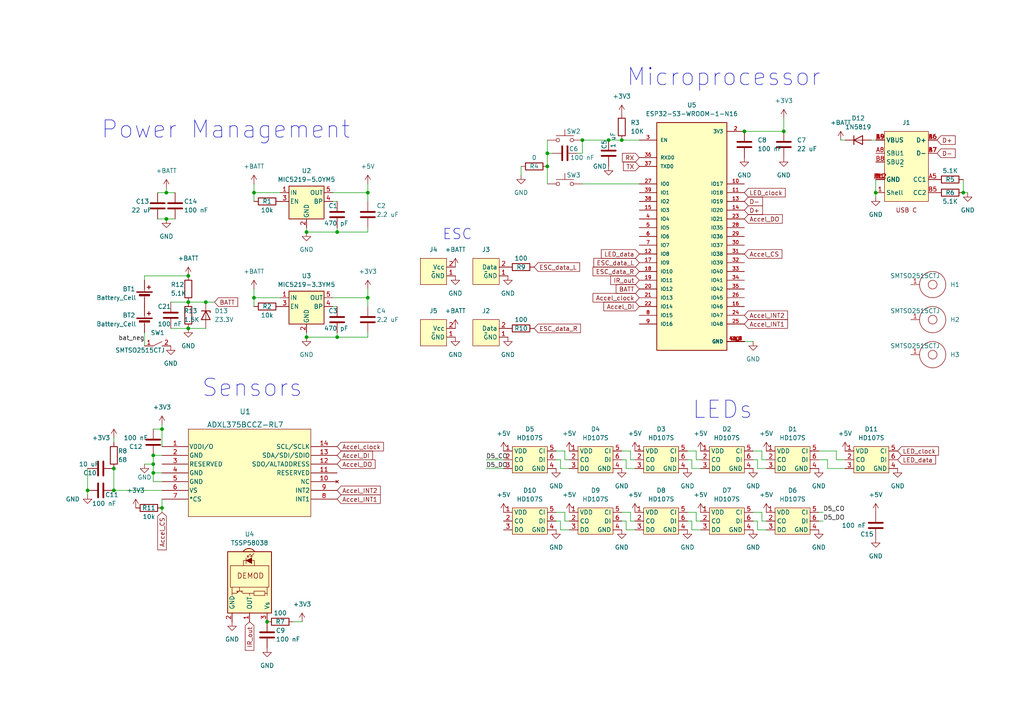
<source format=kicad_sch>
(kicad_sch (version 20230121) (generator eeschema)
  (paper "A4")
  (title_block (title "Danger Donut") (date "2023-08-15") (rev "V1"))
  (lib_symbols
    (symbol "DangerDonutParts:ADXL375BCCZ-RL7" (pin_names (offset 0.254))
      (property "Reference" "U" (at 0 16.51 0))
      (property "Value" "ADXL375BCCZ-RL7" (at 0 13.97 0))
      (symbol "ADXL375BCCZ-RL7_0_1"
        (pin power_in line (at -24.13 7.62 0) (length 7.62) (name "VDDI/O") (number "1"))
        (pin no_connect line (at 26.67 -2.54 180) (length 7.62) (name "NC") (number "10"))
        (pin unspecified line (at 26.67 0 180) (length 7.62) (name "RESERVED") (number "11"))
        (pin unspecified line (at 26.67 2.54 180) (length 7.62) (name "SDO/ALTADDRESS") (number "12"))
        (pin unspecified line (at 26.67 5.08 180) (length 7.62) (name "SDA/SDI/SDIO") (number "13"))
        (pin unspecified line (at 26.67 7.62 180) (length 7.62) (name "SCL/SCLK") (number "14"))
        (pin power_out line (at -24.13 5.08 0) (length 7.62) (name "GND") (number "2"))
        (pin unspecified line (at -24.13 2.54 0) (length 7.62) (name "RESERVED") (number "3"))
        (pin power_out line (at -24.13 0 0) (length 7.62) (name "GND") (number "4"))
        (pin power_out line (at -24.13 -2.54 0) (length 7.62) (name "GND") (number "5"))
        (pin unspecified line (at -24.13 -5.08 0) (length 7.62) (name "VS") (number "6"))
        (pin unspecified line (at -24.13 -7.62 0) (length 7.62) (name "*CS") (number "7"))
        (pin bidirectional line (at 26.67 -7.62 180) (length 7.62) (name "INT1") (number "8"))
        (pin bidirectional line (at 26.67 -5.08 180) (length 7.62) (name "INT2") (number "9"))
      )
    )
    (symbol "DangerDonutParts:ESC_XSD7A_Data"
      (property "Reference" "J" (at 0 5.08 0))
      (symbol "ESC_XSD7A_Data_1_1"
        (pin power_in line (at 6.35 -1.27 180) (length 2.54) (name "GND") (number "1"))
        (pin bidirectional line (at 6.35 1.27 180) (length 2.54) (name "Data") (number "2"))
      )
    )
    (symbol "DangerDonutParts:ESC_XSD7A_Power"
      (property "Reference" "J" (at 0 5.08 0))
      (symbol "ESC_XSD7A_Power_1_1"
        (pin power_in line (at 6.35 -1.27 180) (length 2.54) (name "GND") (number "1"))
        (pin power_in line (at 6.35 1.27 180) (length 2.54) (name "Vcc") (number "2"))
      )
    )
    (symbol "DangerDonutParts:ESP32-S3-WROOM-1-N16" (pin_names (offset 1.016))
      (property "Reference" "U" (at -10.16 34.1122 0))
      (property "Value" "ESP32-S3-WROOM-1-N16" (at -10.16 -35.56 0))
      (symbol "ESP32-S3-WROOM-1-N16_0_0"
        (pin power_in line (at 15.24 -30.48 180) (length 5.08) (name "GND") (number "1"))
        (pin bidirectional line (at 15.24 15.24 180) (length 5.08) (name "IO17") (number "10"))
        (pin bidirectional line (at 15.24 12.7 180) (length 5.08) (name "IO18") (number "11"))
        (pin bidirectional line (at -15.24 -5.08 0) (length 5.08) (name "IO8") (number "12"))
        (pin bidirectional line (at 15.24 10.16 180) (length 5.08) (name "IO19") (number "13"))
        (pin bidirectional line (at 15.24 7.62 180) (length 5.08) (name "IO20") (number "14"))
        (pin bidirectional line (at -15.24 7.62 0) (length 5.08) (name "IO3") (number "15"))
        (pin bidirectional line (at 15.24 -20.32 180) (length 5.08) (name "IO46") (number "16"))
        (pin bidirectional line (at -15.24 -7.62 0) (length 5.08) (name "IO9") (number "17"))
        (pin bidirectional line (at -15.24 -10.16 0) (length 5.08) (name "IO10") (number "18"))
        (pin bidirectional line (at -15.24 -12.7 0) (length 5.08) (name "IO11") (number "19"))
        (pin power_in line (at 15.24 30.48 180) (length 5.08) (name "3V3") (number "2"))
        (pin bidirectional line (at -15.24 -15.24 0) (length 5.08) (name "IO12") (number "20"))
        (pin bidirectional line (at -15.24 -17.78 0) (length 5.08) (name "IO13") (number "21"))
        (pin bidirectional line (at -15.24 -20.32 0) (length 5.08) (name "IO14") (number "22"))
        (pin bidirectional line (at 15.24 5.08 180) (length 5.08) (name "IO21") (number "23"))
        (pin bidirectional line (at 15.24 -22.86 180) (length 5.08) (name "IO47") (number "24"))
        (pin bidirectional line (at 15.24 -25.4 180) (length 5.08) (name "IO48") (number "25"))
        (pin bidirectional line (at 15.24 -17.78 180) (length 5.08) (name "IO45") (number "26"))
        (pin bidirectional line (at -15.24 15.24 0) (length 5.08) (name "IO0") (number "27"))
        (pin bidirectional line (at 15.24 2.54 180) (length 5.08) (name "IO35") (number "28"))
        (pin bidirectional line (at 15.24 0 180) (length 5.08) (name "IO36") (number "29"))
        (pin input line (at -15.24 27.94 0) (length 5.08) (name "EN") (number "3"))
        (pin bidirectional line (at 15.24 -2.54 180) (length 5.08) (name "IO37") (number "30"))
        (pin bidirectional line (at 15.24 -5.08 180) (length 5.08) (name "IO38") (number "31"))
        (pin bidirectional line (at 15.24 -7.62 180) (length 5.08) (name "IO39") (number "32"))
        (pin bidirectional line (at 15.24 -10.16 180) (length 5.08) (name "IO40") (number "33"))
        (pin bidirectional line (at 15.24 -12.7 180) (length 5.08) (name "IO41") (number "34"))
        (pin bidirectional line (at 15.24 -15.24 180) (length 5.08) (name "IO42") (number "35"))
        (pin bidirectional line (at -15.24 22.86 0) (length 5.08) (name "RXD0") (number "36"))
        (pin bidirectional line (at -15.24 20.32 0) (length 5.08) (name "TXD0") (number "37"))
        (pin bidirectional line (at -15.24 10.16 0) (length 5.08) (name "IO2") (number "38"))
        (pin bidirectional line (at -15.24 12.7 0) (length 5.08) (name "IO1") (number "39"))
        (pin bidirectional line (at -15.24 5.08 0) (length 5.08) (name "IO4") (number "4"))
        (pin power_in line (at 15.24 -30.48 180) (length 5.08) (name "GND") (number "40"))
        (pin power_in line (at 15.24 -30.48 180) (length 5.08) (name "GND") (number "41_1"))
        (pin power_in line (at 15.24 -30.48 180) (length 5.08) (name "GND") (number "41_2"))
        (pin power_in line (at 15.24 -30.48 180) (length 5.08) (name "GND") (number "41_3"))
        (pin power_in line (at 15.24 -30.48 180) (length 5.08) (name "GND") (number "41_4"))
        (pin power_in line (at 15.24 -30.48 180) (length 5.08) (name "GND") (number "41_5"))
        (pin power_in line (at 15.24 -30.48 180) (length 5.08) (name "GND") (number "41_6"))
        (pin power_in line (at 15.24 -30.48 180) (length 5.08) (name "GND") (number "41_7"))
        (pin power_in line (at 15.24 -30.48 180) (length 5.08) (name "GND") (number "41_8"))
        (pin power_in line (at 15.24 -30.48 180) (length 5.08) (name "GND") (number "41_9"))
        (pin bidirectional line (at -15.24 2.54 0) (length 5.08) (name "IO5") (number "5"))
        (pin bidirectional line (at -15.24 0 0) (length 5.08) (name "IO6") (number "6"))
        (pin bidirectional line (at -15.24 -2.54 0) (length 5.08) (name "IO7") (number "7"))
        (pin bidirectional line (at -15.24 -22.86 0) (length 5.08) (name "IO15") (number "8"))
        (pin bidirectional line (at -15.24 -25.4 0) (length 5.08) (name "IO16") (number "9"))
      )
      (symbol "ESP32-S3-WROOM-1-N16_1_0"
        (pin power_in line (at 15.24 -30.48 180) (length 5.08) (name "GND") (number "GND"))
      )
    )
    (symbol "DangerDonutParts:HD107S"
      (property "Reference" "D" (at -3.81 5.08 0))
      (property "Value" "HD107S" (at 0 -5.08 0))
      (symbol "HD107S_1_1"
        (pin power_in line (at -7.62 2.54 0) (length 2.54) (name "VDD") (number "1"))
        (pin output line (at -7.62 0 0) (length 2.54) (name "CO") (number "2"))
        (pin output line (at -7.62 -2.54 0) (length 2.54) (name "DO") (number "3"))
        (pin power_in line (at 7.62 -2.54 180) (length 2.54) (name "GND") (number "4"))
        (pin input line (at 7.62 2.54 180) (length 2.54) (name "CI") (number "5"))
        (pin input line (at 7.62 0 180) (length 2.54) (name "DI") (number "6"))
      )
    )
    (symbol "DangerDonutParts:SMTSO2515"
      (property "Reference" "H" (at -1.27 -2.54 0))
      (symbol "SMTSO2515_1_1"
        (pin input line (at -6.35 0 0) (length 2.54) (name "") (number "1"))
      )
    )
    (symbol "DangerDonutParts:SMTSO2515_SW"
      (property "Reference" "SW" (at 0 3.81 0))
      (symbol "SMTSO2515_SW_1_1"
        (pin input line (at -3.81 0 0) (length 2.54) (name "") (number "1"))
        (pin output line (at 3.81 0 180) (length 2.54) (name "") (number "2"))
      )
    )
    (symbol "DangerDonutParts:TYPE_C_16PLC_H100"
      (property "Reference" "J" (at -1.27 11.43 0))
      (property "Value" "TYPE_C_16PLC_H100" (at -1.27 0 0))
      (symbol "TYPE_C_16PLC_H100_1_1"
        (text "USB C" (at 0 -12.7 0) (effects (font (size 1.27 1.27))))
        (pin power_in line (at -8.89 -7.62 0) (length 2.54) (name "Shell") (number "1"))
        (pin power_in line (at -8.89 -3.81 0) (length 2.54) (name "GND") (number "A1"))
        (pin power_in line (at -8.89 -3.81 0) (length 2.54) (name "GND") (number "A12"))
        (pin power_in line (at -8.89 7.62 0) (length 2.54) (name "VBUS") (number "A4"))
        (pin bidirectional line (at 8.89 -3.81 180) (length 2.54) (name "CC1") (number "A5"))
        (pin bidirectional line (at 8.89 7.62 180) (length 2.54) (name "D+") (number "A6"))
        (pin bidirectional line (at 8.89 3.81 180) (length 2.54) (name "D-") (number "A7"))
        (pin bidirectional line (at -8.89 3.81 0) (length 2.54) (name "SBU1") (number "A8"))
        (pin power_in line (at -8.89 7.62 0) (length 2.54) (name "VBUS") (number "A9"))
        (pin power_in line (at -8.89 -3.81 0) (length 2.54) (name "GND") (number "B1"))
        (pin power_in line (at -8.89 -3.81 0) (length 2.54) (name "GND") (number "B12"))
        (pin power_in line (at -8.89 7.62 0) (length 2.54) (name "VBUS") (number "B4"))
        (pin bidirectional line (at 8.89 -7.62 180) (length 2.54) (name "CC2") (number "B5"))
        (pin bidirectional line (at 8.89 7.62 180) (length 2.54) (name "D+") (number "B6"))
        (pin bidirectional line (at 8.89 3.81 180) (length 2.54) (name "D-") (number "B7"))
        (pin bidirectional line (at -8.89 1.27 0) (length 2.54) (name "SBU2") (number "B8"))
        (pin power_in line (at -8.89 7.62 0) (length 2.54) (name "VBUS") (number "B9"))
      )
    )
    (symbol "Device:Battery_Cell" (pin_numbers hide) (pin_names (offset 0) hide)
      (property "Reference" "BT" (at 2.54 2.54 0))
      (property "Value" "Battery_Cell" (at 2.54 0 0))
      (symbol "Battery_Cell_1_1"
        (pin passive line (at 0 5.08 270) (length 2.54) (name "+") (number "1"))
        (pin passive line (at 0 -2.54 90) (length 2.54) (name "-") (number "2"))
      )
    )
    (symbol "Device:C" (pin_numbers hide) (pin_names (offset 0.254))
      (property "Reference" "C" (at 0.635 2.54 0))
      (property "Value" "C" (at 0.635 -2.54 0))
      (symbol "C_1_1"
        (pin passive line (at 0 3.81 270) (length 2.794) (name "~") (number "1"))
        (pin passive line (at 0 -3.81 90) (length 2.794) (name "~") (number "2"))
      )
    )
    (symbol "Device:D" (pin_numbers hide) (pin_names (offset 1.016) hide)
      (property "Reference" "D" (at 0 2.54 0))
      (property "Value" "D" (at 0 -2.54 0))
      (symbol "D_1_1"
        (pin passive line (at -3.81 0 0) (length 2.54) (name "K") (number "1"))
        (pin passive line (at 3.81 0 180) (length 2.54) (name "A") (number "2"))
      )
    )
    (symbol "Device:D_Zener" (pin_numbers hide) (pin_names (offset 1.016) hide)
      (property "Reference" "D" (at 0 2.54 0))
      (property "Value" "D_Zener" (at 0 -2.54 0))
      (symbol "D_Zener_1_1"
        (pin passive line (at -3.81 0 0) (length 2.54) (name "K") (number "1"))
        (pin passive line (at 3.81 0 180) (length 2.54) (name "A") (number "2"))
      )
    )
    (symbol "Device:R" (pin_numbers hide) (pin_names (offset 0))
      (property "Reference" "R" (at 2.032 0 90))
      (property "Value" "R" (at 0 0 90))
      (symbol "R_1_1"
        (pin passive line (at 0 3.81 270) (length 1.27) (name "~") (number "1"))
        (pin passive line (at 0 -3.81 90) (length 1.27) (name "~") (number "2"))
      )
    )
    (symbol "ESC_XSD7A_Data_1"
      (property "Reference" "J" (at 0 5.08 0))
      (symbol "ESC_XSD7A_Data_1_1_1"
        (pin power_in line (at 6.35 -1.27 180) (length 2.54) (name "GND") (number "1"))
        (pin bidirectional line (at 6.35 1.27 180) (length 2.54) (name "Data") (number "2"))
      )
    )
    (symbol "Regulator_Linear:MIC5219-3.3YM5" (pin_names (offset 0.254))
      (property "Reference" "U" (at -3.81 5.715 0))
      (property "Value" "MIC5219-3.3YM5" (at 0 5.715 0))
      (symbol "MIC5219-3.3YM5_1_1"
        (pin power_in line (at -7.62 2.54 0) (length 2.54) (name "IN") (number "1"))
        (pin power_in line (at 0 -7.62 90) (length 2.54) (name "GND") (number "2"))
        (pin input line (at -7.62 0 0) (length 2.54) (name "EN") (number "3"))
        (pin input line (at 7.62 0 180) (length 2.54) (name "BP") (number "4"))
        (pin power_out line (at 7.62 2.54 180) (length 2.54) (name "OUT") (number "5"))
      )
    )
    (symbol "Regulator_Linear:MIC5219-5.0YM5" (pin_names (offset 0.254))
      (property "Reference" "U" (at -3.81 5.715 0))
      (property "Value" "MIC5219-5.0YM5" (at 0 5.715 0))
      (symbol "MIC5219-5.0YM5_1_1"
        (pin power_in line (at -7.62 2.54 0) (length 2.54) (name "IN") (number "1"))
        (pin power_in line (at 0 -7.62 90) (length 2.54) (name "GND") (number "2"))
        (pin input line (at -7.62 0 0) (length 2.54) (name "EN") (number "3"))
        (pin input line (at 7.62 0 180) (length 2.54) (name "BP") (number "4"))
        (pin power_out line (at 7.62 2.54 180) (length 2.54) (name "OUT") (number "5"))
      )
    )
    (symbol "Sensor_Proximity:TSSP58038" (pin_names (offset 1.016))
      (property "Reference" "U" (at -10.16 7.62 0))
      (property "Value" "TSSP58038" (at -10.16 -7.62 0))
      (symbol "TSSP58038_0_0"
        (text "DEMOD" (at -3.175 0.254 900) (effects (font (size 1.524 1.524))))
      )
      (symbol "TSSP58038_1_1"
        (pin output line (at 10.16 0 180) (length 2.54) (name "OUT") (number "1"))
        (pin power_in line (at 10.16 -5.08 180) (length 2.54) (name "GND") (number "2"))
        (pin power_in line (at 10.16 5.08 180) (length 2.54) (name "Vs") (number "3"))
      )
    )
    (symbol "Switch:SW_Push" (pin_numbers hide) (pin_names (offset 1.016) hide)
      (property "Reference" "SW" (at 1.27 2.54 0))
      (property "Value" "SW_Push" (at 0 -1.524 0))
      (symbol "SW_Push_0_1"
        (pin passive line (at -5.08 0 0) (length 2.54) (name "1") (number "1"))
        (pin passive line (at 5.08 0 180) (length 2.54) (name "2") (number "2"))
      )
    )
    (symbol "power:+3V3" (power) (pin_names (offset 0))
      (property "Value" "+3V3" (at 0 3.556 0))
      (symbol "+3V3_1_1"
        (pin power_in line (at 0 0 90) (length 0) hide (name "+3V3") (number "1"))
      )
    )
    (symbol "power:+5V" (power) (pin_names (offset 0))
      (property "Value" "+5V" (at 0 3.556 0))
      (symbol "+5V_1_1"
        (pin power_in line (at 0 0 90) (length 0) hide (name "+5V") (number "1"))
      )
    )
    (symbol "power:+BATT" (power) (pin_names (offset 0))
      (property "Value" "+BATT" (at 0 3.556 0))
      (symbol "+BATT_1_1"
        (pin power_in line (at 0 0 90) (length 0) hide (name "+BATT") (number "1"))
      )
    )
    (symbol "power:GND" (power) (pin_names (offset 0))
      (property "Value" "GND" (at 0 -3.81 0))
      (symbol "GND_1_1"
        (pin power_in line (at 0 0 270) (length 0) hide (name "GND") (number "1"))
      )
    )
  )
  (junction (at 44.45 137.16))
  (junction (at 106.68 86.36))
  (junction (at 158.75 48.26))
  (junction (at 77.47 180.34))
  (junction (at 88.9 67.31))
  (junction (at 33.02 135.89))
  (junction (at 48.26 63.5))
  (junction (at 88.9 97.79))
  (junction (at 54.61 80.01))
  (junction (at 73.66 86.36))
  (junction (at 33.02 142.24))
  (junction (at 106.68 55.88))
  (junction (at 97.79 67.31))
  (junction (at 54.61 87.63))
  (junction (at 227.33 38.1))
  (junction (at 158.75 44.45))
  (junction (at 97.79 97.79))
  (junction (at 59.69 87.63))
  (junction (at 25.4 142.24))
  (junction (at 46.99 147.32))
  (junction (at 46.99 124.46))
  (junction (at 176.53 40.64))
  (junction (at 44.45 132.08))
  (junction (at 279.4 55.88))
  (junction (at 48.26 55.88))
  (junction (at 44.45 134.62))
  (junction (at 254 55.88))
  (junction (at 54.61 95.25))
  (junction (at 180.34 40.64))
  (junction (at 215.9 38.1))
  (junction (at 73.66 55.88))
  (junction (at 168.91 40.64))
  (wire (pts (xy 180.34 40.64) (xy 185.42 40.64)))
  (wire (pts (xy 73.66 53.34) (xy 73.66 55.88)))
  (wire (pts (xy 162.56 151.13) (xy 162.56 153.67)))
  (wire (pts (xy 44.45 132.08) (xy 44.45 134.62)))
  (wire (pts (xy 50.8 55.88) (xy 48.26 55.88)))
  (wire (pts (xy 165.1 133.35) (xy 163.83 133.35)))
  (wire (pts (xy 184.15 151.13) (xy 182.88 151.13)))
  (wire (pts (xy 254 52.07) (xy 254 55.88)))
  (wire (pts (xy 181.61 133.35) (xy 181.61 135.89)))
  (wire (pts (xy 161.29 151.13) (xy 162.56 151.13)))
  (wire (pts (xy 158.75 48.26) (xy 158.75 53.34)))
  (wire (pts (xy 184.15 133.35) (xy 182.88 133.35)))
  (wire (pts (xy 218.44 133.35) (xy 219.71 133.35)))
  (wire (pts (xy 97.79 97.79) (xy 106.68 97.79)))
  (wire (pts (xy 238.76 151.13) (xy 237.49 151.13)))
  (wire (pts (xy 48.26 54.61) (xy 48.26 55.88)))
  (wire (pts (xy 218.44 99.06) (xy 215.9 99.06)))
  (wire (pts (xy 106.68 67.31) (xy 97.79 67.31)))
  (wire (pts (xy 200.66 151.13) (xy 199.39 151.13)))
  (wire (pts (xy 97.79 67.31) (xy 97.79 66.04)))
  (wire (pts (xy 182.88 151.13) (xy 182.88 148.59)))
  (wire (pts (xy 199.39 148.59) (xy 201.93 148.59)))
  (wire (pts (xy 33.02 127) (xy 33.02 128.27)))
  (wire (pts (xy 96.52 55.88) (xy 106.68 55.88)))
  (wire (pts (xy 162.56 135.89) (xy 165.1 135.89)))
  (wire (pts (xy 151.13 50.8) (xy 151.13 48.26)))
  (wire (pts (xy 48.26 55.88) (xy 45.72 55.88)))
  (wire (pts (xy 88.9 67.31) (xy 97.79 67.31)))
  (wire (pts (xy 44.45 134.62) (xy 44.45 137.16)))
  (wire (pts (xy 44.45 137.16) (xy 46.99 137.16)))
  (wire (pts (xy 73.66 58.42) (xy 73.66 55.88)))
  (wire (pts (xy 44.45 139.7) (xy 46.99 139.7)))
  (wire (pts (xy 73.66 83.82) (xy 73.66 86.36)))
  (wire (pts (xy 254 55.88) (xy 254 57.15)))
  (wire (pts (xy 33.02 135.89) (xy 33.02 142.24)))
  (wire (pts (xy 44.45 124.46) (xy 46.99 124.46)))
  (wire (pts (xy 163.83 130.81) (xy 161.29 130.81)))
  (wire (pts (xy 181.61 153.67) (xy 184.15 153.67)))
  (wire (pts (xy 161.29 133.35) (xy 162.56 133.35)))
  (wire (pts (xy 97.79 97.79) (xy 97.79 96.52)))
  (wire (pts (xy 106.68 88.9) (xy 106.68 86.36)))
  (wire (pts (xy 140.97 135.89) (xy 146.05 135.89)))
  (wire (pts (xy 168.91 40.64) (xy 176.53 40.64)))
  (wire (pts (xy 106.68 67.31) (xy 106.68 66.04)))
  (wire (pts (xy 168.91 40.64) (xy 168.91 44.45)))
  (wire (pts (xy 162.56 133.35) (xy 162.56 135.89)))
  (wire (pts (xy 25.4 143.51) (xy 25.4 142.24)))
  (wire (pts (xy 201.93 151.13) (xy 203.2 151.13)))
  (wire (pts (xy 158.75 40.64) (xy 158.75 44.45)))
  (wire (pts (xy 33.02 142.24) (xy 46.99 142.24)))
  (wire (pts (xy 165.1 151.13) (xy 163.83 151.13)))
  (wire (pts (xy 163.83 133.35) (xy 163.83 130.81)))
  (wire (pts (xy 201.93 130.81) (xy 199.39 130.81)))
  (wire (pts (xy 163.83 148.59) (xy 161.29 148.59)))
  (wire (pts (xy 162.56 153.67) (xy 165.1 153.67)))
  (wire (pts (xy 252.73 40.64) (xy 254 40.64)))
  (wire (pts (xy 106.68 97.79) (xy 106.68 96.52)))
  (wire (pts (xy 54.61 95.25) (xy 59.69 95.25)))
  (wire (pts (xy 168.91 44.45) (xy 167.64 44.45)))
  (wire (pts (xy 88.9 67.31) (xy 88.9 66.04)))
  (wire (pts (xy 140.97 133.35) (xy 146.05 133.35)))
  (wire (pts (xy 41.91 134.62) (xy 44.45 134.62)))
  (wire (pts (xy 46.99 148.59) (xy 46.99 147.32)))
  (wire (pts (xy 219.71 133.35) (xy 219.71 135.89)))
  (wire (pts (xy 106.68 53.34) (xy 106.68 55.88)))
  (wire (pts (xy 158.75 44.45) (xy 158.75 48.26)))
  (wire (pts (xy 220.98 148.59) (xy 218.44 148.59)))
  (wire (pts (xy 201.93 148.59) (xy 201.93 151.13)))
  (wire (pts (xy 200.66 153.67) (xy 203.2 153.67)))
  (wire (pts (xy 25.4 135.89) (xy 25.4 142.24)))
  (wire (pts (xy 242.57 130.81) (xy 237.49 130.81)))
  (wire (pts (xy 181.61 135.89) (xy 184.15 135.89)))
  (wire (pts (xy 48.26 63.5) (xy 50.8 63.5)))
  (wire (pts (xy 200.66 135.89) (xy 203.2 135.89)))
  (wire (pts (xy 46.99 147.32) (xy 46.99 144.78)))
  (wire (pts (xy 46.99 123.19) (xy 46.99 124.46)))
  (wire (pts (xy 279.4 55.88) (xy 280.67 55.88)))
  (wire (pts (xy 222.25 151.13) (xy 220.98 151.13)))
  (wire (pts (xy 88.9 97.79) (xy 88.9 96.52)))
  (wire (pts (xy 219.71 135.89) (xy 222.25 135.89)))
  (wire (pts (xy 220.98 130.81) (xy 218.44 130.81)))
  (wire (pts (xy 218.44 151.13) (xy 219.71 151.13)))
  (wire (pts (xy 88.9 97.79) (xy 97.79 97.79)))
  (wire (pts (xy 106.68 58.42) (xy 106.68 55.88)))
  (wire (pts (xy 219.71 153.67) (xy 222.25 153.67)))
  (wire (pts (xy 46.99 124.46) (xy 46.99 129.54)))
  (wire (pts (xy 41.91 80.01) (xy 41.91 81.28)))
  (wire (pts (xy 73.66 86.36) (xy 73.66 88.9)))
  (wire (pts (xy 73.66 86.36) (xy 81.28 86.36)))
  (wire (pts (xy 41.91 100.33) (xy 41.91 96.52)))
  (wire (pts (xy 54.61 87.63) (xy 59.69 87.63)))
  (wire (pts (xy 176.53 40.64) (xy 180.34 40.64)))
  (wire (pts (xy 215.9 38.1) (xy 227.33 38.1)))
  (wire (pts (xy 182.88 130.81) (xy 180.34 130.81)))
  (wire (pts (xy 48.26 63.5) (xy 45.72 63.5)))
  (wire (pts (xy 44.45 132.08) (xy 46.99 132.08)))
  (wire (pts (xy 240.03 135.89) (xy 245.11 135.89)))
  (wire (pts (xy 181.61 151.13) (xy 181.61 153.67)))
  (wire (pts (xy 238.76 148.59) (xy 237.49 148.59)))
  (wire (pts (xy 44.45 139.7) (xy 44.45 137.16)))
  (wire (pts (xy 168.91 53.34) (xy 185.42 53.34)))
  (wire (pts (xy 180.34 133.35) (xy 181.61 133.35)))
  (wire (pts (xy 219.71 151.13) (xy 219.71 153.67)))
  (wire (pts (xy 97.79 58.42) (xy 96.52 58.42)))
  (wire (pts (xy 227.33 34.29) (xy 227.33 38.1)))
  (wire (pts (xy 180.34 151.13) (xy 181.61 151.13)))
  (wire (pts (xy 96.52 86.36) (xy 106.68 86.36)))
  (wire (pts (xy 59.69 87.63) (xy 62.23 87.63)))
  (wire (pts (xy 199.39 133.35) (xy 200.66 133.35)))
  (wire (pts (xy 106.68 83.82) (xy 106.68 86.36)))
  (wire (pts (xy 237.49 133.35) (xy 240.03 133.35)))
  (wire (pts (xy 87.63 180.34) (xy 85.09 180.34)))
  (wire (pts (xy 163.83 151.13) (xy 163.83 148.59)))
  (wire (pts (xy 49.53 95.25) (xy 54.61 95.25)))
  (wire (pts (xy 182.88 133.35) (xy 182.88 130.81)))
  (wire (pts (xy 73.66 55.88) (xy 81.28 55.88)))
  (wire (pts (xy 242.57 133.35) (xy 242.57 130.81)))
  (wire (pts (xy 220.98 151.13) (xy 220.98 148.59)))
  (wire (pts (xy 220.98 133.35) (xy 220.98 130.81)))
  (wire (pts (xy 41.91 80.01) (xy 54.61 80.01)))
  (wire (pts (xy 200.66 151.13) (xy 200.66 153.67)))
  (wire (pts (xy 158.75 44.45) (xy 160.02 44.45)))
  (wire (pts (xy 49.53 87.63) (xy 54.61 87.63)))
  (wire (pts (xy 222.25 133.35) (xy 220.98 133.35)))
  (wire (pts (xy 97.79 88.9) (xy 96.52 88.9)))
  (wire (pts (xy 182.88 148.59) (xy 180.34 148.59)))
  (wire (pts (xy 243.84 40.64) (xy 245.11 40.64)))
  (wire (pts (xy 279.4 52.07) (xy 279.4 55.88)))
  (wire (pts (xy 201.93 133.35) (xy 201.93 130.81)))
  (wire (pts (xy 245.11 133.35) (xy 242.57 133.35)))
  (wire (pts (xy 200.66 133.35) (xy 200.66 135.89)))
  (wire (pts (xy 203.2 133.35) (xy 201.93 133.35)))
  (wire (pts (xy 240.03 133.35) (xy 240.03 135.89)))
  (text "Power Management" (at 29.21 40.64 0) (effects (font (size 5 5)) (justify left bottom)))
  (text "Microprocessor " (at 181.61 25.4 0) (effects (font (size 5 5)) (justify left bottom)))
  (text "Sensors" (at 58.42 115.57 0) (effects (font (size 5 5)) (justify left bottom)))
  (text "LEDs" (at 200.66 121.92 0) (effects (font (size 5 5)) (justify left bottom)))
  (text "ESC" (at 128.27 69.85 0) (effects (font (size 3 3)) (justify left bottom)))
  (label "D5_DO" (at 140.97 135.89 0))
  (label "D5_CO" (at 140.97 133.35 0))
  (label "bat_neg" (at 41.91 99.06 180))
  (label "D5_DO" (at 238.76 151.13 0))
  (label "D5_CO" (at 238.76 148.59 0))
  (global_label "BATT" (shape input) (at 62.23 87.63 0) (property "Intersheetrefs" "${INTERSHEET_REFS}" (effects hide)))
  (global_label "Accel_DI" (shape input) (at 97.79 132.08 0) (property "Intersheetrefs" "${INTERSHEET_REFS}" (effects hide)))
  (global_label "Accel_DO" (shape input) (at 215.9 63.5 0) (property "Intersheetrefs" "${INTERSHEET_REFS}" (effects hide)))
  (global_label "D+" (shape input) (at 215.9 60.96 0) (property "Intersheetrefs" "${INTERSHEET_REFS}" (effects hide)))
  (global_label "LED_clock" (shape input) (at 260.35 130.81 0) (property "Intersheetrefs" "${INTERSHEET_REFS}" (effects hide)))
  (global_label "LED_clock" (shape input) (at 215.9 55.88 0) (property "Intersheetrefs" "${INTERSHEET_REFS}" (effects hide)))
  (global_label "D-" (shape input) (at 215.9 58.42 0) (property "Intersheetrefs" "${INTERSHEET_REFS}" (effects hide)))
  (global_label "Accel_DO" (shape input) (at 97.79 134.62 0) (property "Intersheetrefs" "${INTERSHEET_REFS}" (effects hide)))
  (global_label "BATT" (shape input) (at 185.42 83.82 180) (property "Intersheetrefs" "${INTERSHEET_REFS}" (effects hide)))
  (global_label "ESC_data_L" (shape input) (at 185.42 76.2 180) (property "Intersheetrefs" "${INTERSHEET_REFS}" (effects hide)))
  (global_label "IR_out" (shape input) (at 185.42 81.28 180) (property "Intersheetrefs" "${INTERSHEET_REFS}" (effects hide)))
  (global_label "TX" (shape input) (at 185.42 48.26 180) (property "Intersheetrefs" "${INTERSHEET_REFS}" (effects hide)))
  (global_label "Accel_clock" (shape input) (at 185.42 86.36 180) (property "Intersheetrefs" "${INTERSHEET_REFS}" (effects hide)))
  (global_label "IR_out" (shape input) (at 72.39 180.34 270) (property "Intersheetrefs" "${INTERSHEET_REFS}" (effects hide)))
  (global_label "Accel_INT1" (shape input) (at 215.9 93.98 0) (property "Intersheetrefs" "${INTERSHEET_REFS}" (effects hide)))
  (global_label "ESC_data_R" (shape input) (at 185.42 78.74 180) (property "Intersheetrefs" "${INTERSHEET_REFS}" (effects hide)))
  (global_label "D+" (shape input) (at 271.78 40.64 0) (property "Intersheetrefs" "${INTERSHEET_REFS}" (effects hide)))
  (global_label "Accel_INT2" (shape input) (at 97.79 142.24 0) (property "Intersheetrefs" "${INTERSHEET_REFS}" (effects hide)))
  (global_label "Accel_CS" (shape input) (at 215.9 73.66 0) (property "Intersheetrefs" "${INTERSHEET_REFS}" (effects hide)))
  (global_label "D-" (shape input) (at 271.78 44.45 0) (property "Intersheetrefs" "${INTERSHEET_REFS}" (effects hide)))
  (global_label "Accel_DI" (shape input) (at 185.42 88.9 180) (property "Intersheetrefs" "${INTERSHEET_REFS}" (effects hide)))
  (global_label "Accel_INT2" (shape input) (at 215.9 91.44 0) (property "Intersheetrefs" "${INTERSHEET_REFS}" (effects hide)))
  (global_label "LED_data" (shape input) (at 260.35 133.35 0) (property "Intersheetrefs" "${INTERSHEET_REFS}" (effects hide)))
  (global_label "Accel_CS" (shape input) (at 46.99 148.59 270) (property "Intersheetrefs" "${INTERSHEET_REFS}" (effects hide)))
  (global_label "RX" (shape input) (at 185.42 45.72 180) (property "Intersheetrefs" "${INTERSHEET_REFS}" (effects hide)))
  (global_label "Accel_INT1" (shape input) (at 97.79 144.78 0) (property "Intersheetrefs" "${INTERSHEET_REFS}" (effects hide)))
  (global_label "LED_data" (shape input) (at 185.42 73.66 180) (property "Intersheetrefs" "${INTERSHEET_REFS}" (effects hide)))
  (global_label "Accel_clock" (shape input) (at 97.79 129.54 0) (property "Intersheetrefs" "${INTERSHEET_REFS}" (effects hide)))
  (global_label "ESC_data_L" (shape input) (at 154.94 77.47 0) (property "Intersheetrefs" "${INTERSHEET_REFS}" (effects hide)))
  (global_label "ESC_data_R" (shape input) (at 154.94 95.25 0) (property "Intersheetrefs" "${INTERSHEET_REFS}" (effects hide)))
  (symbol (lib_id "Device:C") (at 97.79 92.71 0) (unit 1)
    (property "Reference" "C3" (at 95.25 90.17 0) (effects (justify left)))
    (property "Value" "470 pF" (at 93.98 95.25 0) (effects (justify left)))
    (property "Footprint" "Capacitor_SMD:C_0603_1608Metric" (effects hide))
  )
  (symbol (lib_id "power:GND") (at 199.39 153.67 0) (unit 1)
    (property "Reference" "#PWR026" (effects hide))
    (property "Value" "GND" (at 199.39 158.75 0))
  )
  (symbol (lib_id "DangerDonutParts:HD107S") (at 229.87 151.13 0) (unit 1)
    (property "Reference" "D6" (at 229.87 142.24 0))
    (property "Value" "HD107S" (at 229.87 144.78 0))
    (property "Footprint" "DangerDonutParts:HD107S" (effects hide))
  )
  (symbol (lib_id "power:+5V") (at 203.2 148.59 0) (unit 1)
    (property "Reference" "#PWR023" (effects hide))
    (property "Value" "+5V" (at 203.2 143.51 0))
  )
  (symbol (lib_id "power:+5V") (at 146.05 130.81 0) (unit 1)
    (property "Reference" "#PWR019" (effects hide))
    (property "Value" "+5V" (at 146.05 125.73 0))
  )
  (symbol (lib_id "power:+5V") (at 146.05 148.59 0) (unit 1)
    (property "Reference" "#PWR029" (effects hide))
    (property "Value" "+5V" (at 146.05 143.51 0))
  )
  (symbol (lib_id "Regulator_Linear:MIC5219-5.0YM5") (at 88.9 58.42 0) (unit 1)
    (property "Reference" "U2" (at 88.9 49.53 0))
    (property "Value" "MIC5219-5.0YM5" (at 88.9 52.07 0))
    (property "Footprint" "Package_TO_SOT_SMD:SOT-23-5" (effects hide))
    (property "Datasheet" "http://ww1.microchip.com/downloads/en/DeviceDoc/MIC5219-500mA-Peak-Output-LDO-Regulator-DS20006021A.pdf" (effects hide))
  )
  (symbol (lib_id "Device:R") (at 81.28 180.34 90) (unit 1)
    (property "Reference" "R7" (at 81.28 180.34 90))
    (property "Value" "100" (at 81.28 177.8 90))
    (property "Footprint" "Resistor_SMD:R_0603_1608Metric" (effects hide))
  )
  (symbol (lib_id "power:GND") (at 25.4 143.51 0) (unit 1)
    (property "Reference" "#PWR058" (effects hide))
    (property "Value" "GND" (at 19.05 144.78 0) (effects (justify left)))
  )
  (symbol (lib_id "power:+5V") (at 184.15 130.81 0) (unit 1)
    (property "Reference" "#PWR015" (effects hide))
    (property "Value" "+5V" (at 184.15 125.73 0))
  )
  (symbol (lib_id "Device:C") (at 254 152.4 180) (unit 1)
    (property "Reference" "C15" (at 251.46 154.94 0))
    (property "Value" "100 nF" (at 247.65 152.4 0))
    (property "Footprint" "Capacitor_SMD:C_0603_1608Metric" (effects hide))
  )
  (symbol (lib_id "power:GND") (at 48.26 63.5 0) (unit 1)
    (property "Reference" "#PWR031" (effects hide))
    (property "Value" "GND" (at 48.26 68.58 0))
  )
  (symbol (lib_id "Device:Battery_Cell") (at 41.91 93.98 0) (unit 1)
    (property "Reference" "BT2" (at 35.56 91.44 0) (effects (justify left)))
    (property "Value" "Battery_Cell" (at 27.94 93.98 0) (effects (justify left)))
    (property "Footprint" "DangerDonutParts:Battery_Solder_Point" (effects hide))
  )
  (symbol (lib_name "ESC_XSD7A_Data_1") (lib_id "DangerDonutParts:ESC_XSD7A_Data") (at 140.97 78.74 0) (unit 1)
    (property "Reference" "J3" (at 140.97 72.39 0))
    (property "Value" "~" (at 140.97 78.74 0))
    (property "Footprint" "DangerDonutParts:ESC_XSD7A_Data" (effects hide))
  )
  (symbol (lib_id "Device:C") (at 106.68 62.23 0) (unit 1)
    (property "Reference" "C2" (at 109.22 59.69 0) (effects (justify left)))
    (property "Value" "2.2 uF" (at 109.22 62.23 0) (effects (justify left)))
    (property "Footprint" "Capacitor_SMD:C_0603_1608Metric" (effects hide))
  )
  (symbol (lib_id "power:GND") (at 147.32 97.79 0) (unit 1)
    (property "Reference" "#PWR062" (effects hide))
    (property "Value" "GND" (at 147.32 102.87 0))
  )
  (symbol (lib_id "power:GND") (at 151.13 50.8 0) (unit 1)
    (property "Reference" "#PWR048" (effects hide))
    (property "Value" "GND" (at 151.13 55.88 0))
  )
  (symbol (lib_id "Device:C") (at 50.8 59.69 0) (unit 1)
    (property "Reference" "C14" (at 53.34 58.42 0) (effects (justify left)))
    (property "Value" "100 nF" (at 53.34 60.96 0) (effects (justify left)))
    (property "Footprint" "Capacitor_SMD:C_0603_1608Metric" (effects hide))
  )
  (symbol (lib_id "power:+3V3") (at 227.33 34.29 0) (unit 1)
    (property "Reference" "#PWR038" (effects hide))
    (property "Value" "+3V3" (at 227.33 29.21 0))
  )
  (symbol (lib_id "power:GND") (at 161.29 153.67 0) (unit 1)
    (property "Reference" "#PWR030" (effects hide))
    (property "Value" "GND" (at 161.29 158.75 0))
  )
  (symbol (lib_id "Device:C") (at 45.72 59.69 0) (unit 1)
    (property "Reference" "C13" (at 39.37 58.42 0) (effects (justify left)))
    (property "Value" "22 uF" (at 38.1 60.96 0) (effects (justify left)))
    (property "Footprint" "Capacitor_SMD:C_1206_3216Metric" (effects hide))
  )
  (symbol (lib_id "Device:D_Zener") (at 59.69 91.44 270) (unit 1)
    (property "Reference" "D13" (at 62.23 90.17 90) (effects (justify left)))
    (property "Value" "Z3.3V" (at 62.23 92.71 90) (effects (justify left)))
    (property "Footprint" "Diode_SMD:D_MiniMELF" (effects hide))
    (property "Part" "ZMM3V3-M" (effects hide))
  )
  (symbol (lib_id "Device:R") (at 43.18 147.32 90) (unit 1)
    (property "Reference" "R11" (at 43.18 147.32 90))
    (property "Value" "10k" (at 43.18 149.86 90))
    (property "Footprint" "Resistor_SMD:R_0603_1608Metric" (effects hide))
  )
  (symbol (lib_id "power:+5V") (at 222.25 130.81 0) (unit 1)
    (property "Reference" "#PWR012" (effects hide))
    (property "Value" "+5V" (at 222.25 125.73 0))
  )
  (symbol (lib_id "power:+BATT") (at 132.08 95.25 0) (unit 1)
    (property "Reference" "#PWR060" (effects hide))
    (property "Value" "+BATT" (at 132.08 90.17 0))
  )
  (symbol (lib_id "power:+5V") (at 165.1 148.59 0) (unit 1)
    (property "Reference" "#PWR027" (effects hide))
    (property "Value" "+5V" (at 165.1 143.51 0))
  )
  (symbol (lib_id "power:+3V3") (at 106.68 83.82 0) (unit 1)
    (property "Reference" "#PWR037" (effects hide))
    (property "Value" "+3V3" (at 106.68 78.74 0))
  )
  (symbol (lib_id "Device:C") (at 163.83 44.45 90) (unit 1)
    (property "Reference" "C6" (at 166.37 43.18 90))
    (property "Value" "100 nF" (at 168.91 45.72 90))
    (property "Footprint" "Capacitor_SMD:C_0603_1608Metric" (effects hide))
  )
  (symbol (lib_id "Device:C") (at 77.47 184.15 0) (unit 1)
    (property "Reference" "C9" (at 80.01 182.88 0) (effects (justify left)))
    (property "Value" "100 nF" (at 80.01 185.42 0) (effects (justify left)))
    (property "Footprint" "Capacitor_SMD:C_0603_1608Metric" (effects hide))
  )
  (symbol (lib_id "power:GND") (at 254 57.15 0) (unit 1)
    (property "Reference" "#PWR050" (effects hide))
    (property "Value" "GND" (at 254 62.23 0))
  )
  (symbol (lib_id "power:GND") (at 49.53 100.33 0) (unit 1)
    (property "Reference" "#PWR04" (effects hide))
    (property "Value" "GND" (at 49.53 105.41 0))
  )
  (symbol (lib_id "Device:C") (at 106.68 92.71 0) (unit 1)
    (property "Reference" "C4" (at 109.22 90.17 0) (effects (justify left)))
    (property "Value" "2.2 uF" (at 109.22 92.71 0) (effects (justify left)))
    (property "Footprint" "Capacitor_SMD:C_0603_1608Metric" (effects hide))
  )
  (symbol (lib_id "power:+BATT") (at 73.66 83.82 0) (unit 1)
    (property "Reference" "#PWR043" (effects hide))
    (property "Value" "+BATT" (at 73.66 78.74 0))
  )
  (symbol (lib_id "power:GND") (at 180.34 135.89 0) (unit 1)
    (property "Reference" "#PWR018" (effects hide))
    (property "Value" "GND" (at 180.34 140.97 0))
  )
  (symbol (lib_id "Device:C") (at 227.33 41.91 0) (unit 1)
    (property "Reference" "C7" (at 231.14 40.64 0) (effects (justify left)))
    (property "Value" "22 uF" (at 231.14 43.18 0) (effects (justify left)))
    (property "Footprint" "Capacitor_SMD:C_1206_3216Metric" (effects hide))
  )
  (symbol (lib_id "power:GND") (at 54.61 95.25 0) (unit 1)
    (property "Reference" "#PWR035" (effects hide))
    (property "Value" "GND" (at 54.61 100.33 0))
  )
  (symbol (lib_id "DangerDonutParts:ADXL375BCCZ-RL7") (at 71.12 137.16 0) (unit 1)
    (property "Reference" "U1" (at 71.12 119.38 0) (effects (font (size 1.524 1.524))))
    (property "Value" "ADXL375BCCZ-RL7" (at 71.12 123.19 0) (effects (font (size 1.524 1.524))))
    (property "Footprint" "DangerDonutParts:LGA_CC-14-1_ADI-M" (effects hide))
    (property "Datasheet" "ADXL375BCCZ-RL7" (effects hide))
  )
  (symbol (lib_id "Device:R") (at 275.59 52.07 90) (unit 1)
    (property "Reference" "R5" (at 275.59 52.07 90))
    (property "Value" "5.1K" (at 275.59 49.53 90))
    (property "Footprint" "Resistor_SMD:R_0603_1608Metric" (effects hide))
  )
  (symbol (lib_id "power:GND") (at 132.08 80.01 0) (unit 1)
    (property "Reference" "#PWR064" (effects hide))
    (property "Value" "GND" (at 132.08 85.09 0))
  )
  (symbol (lib_id "power:+BATT") (at 73.66 53.34 0) (unit 1)
    (property "Reference" "#PWR042" (effects hide))
    (property "Value" "+BATT" (at 73.66 48.26 0))
  )
  (symbol (lib_id "DangerDonutParts:TYPE_C_16PLC_H100") (at 262.89 48.26 0) (unit 1)
    (property "Reference" "J1" (at 262.89 35.56 0))
    (property "Value" "~" (at 261.62 48.26 0))
    (property "Footprint" "DangerDonutParts:TYPE_C_16PLC_H100" (effects hide))
  )
  (symbol (lib_id "DangerDonutParts:HD107S") (at 153.67 151.13 0) (unit 1)
    (property "Reference" "D10" (at 153.67 142.24 0))
    (property "Value" "HD107S" (at 153.67 144.78 0))
    (property "Footprint" "DangerDonutParts:HD107S" (effects hide))
  )
  (symbol (lib_id "DangerDonutParts:SMTSO2515") (at 270.51 102.87 0) (unit 1)
    (property "Reference" "H3" (at 275.59 102.87 0) (effects (justify left)))
    (property "Value" "SMTSO2515CTJ" (at 265.43 100.33 0))
    (property "Footprint" "DangerDonutParts:SMTSO2515" (effects hide))
  )
  (symbol (lib_id "DangerDonutParts:HD107S") (at 210.82 151.13 0) (unit 1)
    (property "Reference" "D7" (at 210.82 142.24 0))
    (property "Value" "HD107S" (at 210.82 144.78 0))
    (property "Footprint" "DangerDonutParts:HD107S" (effects hide))
  )
  (symbol (lib_id "Switch:SW_Push") (at 163.83 53.34 0) (unit 1)
    (property "Reference" "SW3" (at 166.37 50.8 0))
    (property "Value" "SW_Push" (effects hide))
    (property "Footprint" "Button_Switch_SMD:SW_Push_1P1T_XKB_TS-1187A" (effects hide))
  )
  (symbol (lib_id "Device:R") (at 180.34 36.83 180) (unit 1)
    (property "Reference" "R3" (at 182.88 35.56 0) (effects (justify right)))
    (property "Value" "10K" (at 182.88 38.1 0) (effects (justify right)))
    (property "Footprint" "Resistor_SMD:R_0603_1608Metric" (effects hide))
    (property "Datasheet" "0603WAF1002T5E" (effects hide))
  )
  (symbol (lib_id "power:GND") (at 254 156.21 0) (unit 1)
    (property "Reference" "#PWR032" (effects hide))
    (property "Value" "GND" (at 254 161.29 0))
  )
  (symbol (lib_id "power:GND") (at 41.91 134.62 0) (unit 1)
    (property "Reference" "#PWR08" (effects hide))
    (property "Value" "GND" (at 41.91 138.43 0))
  )
  (symbol (lib_id "power:GND") (at 161.29 135.89 0) (unit 1)
    (property "Reference" "#PWR020" (effects hide))
    (property "Value" "GND" (at 161.29 140.97 0))
  )
  (symbol (lib_id "power:+5V") (at 165.1 130.81 0) (unit 1)
    (property "Reference" "#PWR017" (effects hide))
    (property "Value" "+5V" (at 165.1 125.73 0))
  )
  (symbol (lib_id "Device:C") (at 49.53 91.44 0) (unit 1)
    (property "Reference" "C21" (at 45.72 88.9 0) (effects (justify left)))
    (property "Value" "100 nF" (at 45.72 93.98 0) (effects (justify left)))
    (property "Footprint" "Capacitor_SMD:C_0603_1608Metric" (effects hide))
  )
  (symbol (lib_id "Device:C") (at 29.21 135.89 270) (unit 1)
    (property "Reference" "C10" (at 24.13 137.16 90) (effects (justify left)))
    (property "Value" "10 uF" (at 22.86 134.62 90) (effects (justify left)))
    (property "Footprint" "Capacitor_SMD:C_0805_2012Metric" (effects hide))
  )
  (symbol (lib_id "power:GND") (at 88.9 67.31 0) (unit 1)
    (property "Reference" "#PWR05" (effects hide))
    (property "Value" "GND" (at 88.9 72.39 0))
  )
  (symbol (lib_id "DangerDonutParts:HD107S") (at 172.72 151.13 0) (unit 1)
    (property "Reference" "D9" (at 172.72 142.24 0))
    (property "Value" "HD107S" (at 172.72 144.78 0))
    (property "Footprint" "DangerDonutParts:HD107S" (effects hide))
  )
  (symbol (lib_id "power:GND") (at 88.9 97.79 0) (unit 1)
    (property "Reference" "#PWR06" (effects hide))
    (property "Value" "GND" (at 88.9 102.87 0))
  )
  (symbol (lib_id "Device:R") (at 151.13 95.25 90) (unit 1)
    (property "Reference" "R10" (at 151.13 95.25 90))
    (property "Value" "100" (at 151.13 92.71 90))
    (property "Footprint" "Resistor_SMD:R_0603_1608Metric" (effects hide))
  )
  (symbol (lib_id "Device:R") (at 54.61 91.44 0) (unit 1)
    (property "Reference" "R13" (at 53.34 90.17 0) (effects (justify left)))
    (property "Value" "1.5K" (at 53.34 92.71 0) (effects (justify left)))
    (property "Footprint" "Resistor_SMD:R_0603_1608Metric" (effects hide))
  )
  (symbol (lib_id "power:GND") (at 176.53 48.26 0) (unit 1)
    (property "Reference" "#PWR045" (effects hide))
    (property "Value" "GND" (at 173.99 48.26 0))
  )
  (symbol (lib_id "Switch:SW_Push") (at 163.83 40.64 0) (unit 1)
    (property "Reference" "SW2" (at 166.37 38.1 0))
    (property "Value" "SW_Push" (effects hide))
    (property "Footprint" "Button_Switch_SMD:SW_Push_1P1T_XKB_TS-1187A" (effects hide))
  )
  (symbol (lib_id "DangerDonutParts:HD107S") (at 191.77 133.35 0) (unit 1)
    (property "Reference" "D3" (at 191.77 124.46 0))
    (property "Value" "HD107S" (at 191.77 127 0))
    (property "Footprint" "DangerDonutParts:HD107S" (effects hide))
  )
  (symbol (lib_id "power:+BATT") (at 132.08 77.47 0) (unit 1)
    (property "Reference" "#PWR059" (effects hide))
    (property "Value" "+BATT" (at 132.08 72.39 0))
  )
  (symbol (lib_id "DangerDonutParts:HD107S") (at 172.72 133.35 0) (unit 1)
    (property "Reference" "D4" (at 172.72 124.46 0))
    (property "Value" "HD107S" (at 172.72 127 0))
    (property "Footprint" "DangerDonutParts:HD107S" (effects hide))
  )
  (symbol (lib_id "power:+3V3") (at 33.02 127 0) (unit 1)
    (property "Reference" "#PWR057" (effects hide))
    (property "Value" "+3V3" (at 26.67 127 0) (effects (justify left)))
  )
  (symbol (lib_id "Device:C") (at 176.53 44.45 0) (unit 1)
    (property "Reference" "C5" (at 175.26 41.91 90))
    (property "Value" "1 uF" (at 177.8 40.64 90))
    (property "Footprint" "Capacitor_SMD:C_0603_1608Metric" (effects hide))
  )
  (symbol (lib_id "power:+5V") (at 203.2 130.81 0) (unit 1)
    (property "Reference" "#PWR013" (effects hide))
    (property "Value" "+5V" (at 203.2 125.73 0))
  )
  (symbol (lib_id "power:GND") (at 215.9 45.72 0) (unit 1)
    (property "Reference" "#PWR046" (effects hide))
    (property "Value" "GND" (at 215.9 50.8 0))
  )
  (symbol (lib_id "DangerDonutParts:HD107S") (at 252.73 133.35 0) (unit 1)
    (property "Reference" "D11" (at 252.73 124.46 0))
    (property "Value" "HD107S" (at 252.73 127 0))
    (property "Footprint" "DangerDonutParts:HD107S" (effects hide))
  )
  (symbol (lib_id "Device:R") (at 151.13 77.47 90) (unit 1)
    (property "Reference" "R9" (at 151.13 77.47 90))
    (property "Value" "100" (at 151.13 74.93 90))
    (property "Footprint" "Resistor_SMD:R_0603_1608Metric" (effects hide))
  )
  (symbol (lib_id "power:GND") (at 237.49 135.89 0) (unit 1)
    (property "Reference" "#PWR07" (effects hide))
    (property "Value" "GND" (at 237.49 140.97 0))
  )
  (symbol (lib_id "power:GND") (at 218.44 99.06 0) (unit 1)
    (property "Reference" "#PWR01" (effects hide))
    (property "Value" "GND" (at 218.44 104.14 0))
  )
  (symbol (lib_id "power:+5V") (at 254 148.59 0) (unit 1)
    (property "Reference" "#PWR033" (effects hide))
    (property "Value" "+5V" (at 254 143.51 0))
  )
  (symbol (lib_id "Device:D") (at 248.92 40.64 0) (unit 1)
    (property "Reference" "D12" (at 248.92 34.29 0))
    (property "Value" "1N5819" (at 248.92 36.83 0))
    (property "Footprint" "Diode_SMD:D_SOD-323" (effects hide))
    (property "Sim.Device" "D" (effects hide))
    (property "Sim.Pins" "1=K 2=A" (effects hide))
  )
  (symbol (lib_id "Regulator_Linear:MIC5219-3.3YM5") (at 88.9 88.9 0) (unit 1)
    (property "Reference" "U3" (at 88.9 80.01 0))
    (property "Value" "MIC5219-3.3YM5" (at 88.9 82.55 0))
    (property "Footprint" "Package_TO_SOT_SMD:SOT-23-5" (effects hide))
    (property "Datasheet" "http://ww1.microchip.com/downloads/en/DeviceDoc/MIC5219-500mA-Peak-Output-LDO-Regulator-DS20006021A.pdf" (effects hide))
  )
  (symbol (lib_id "Device:R") (at 77.47 88.9 90) (unit 1)
    (property "Reference" "R2" (at 77.47 88.9 90))
    (property "Value" "10k" (at 77.47 91.44 90))
    (property "Footprint" "Resistor_SMD:R_0603_1608Metric" (effects hide))
  )
  (symbol (lib_id "power:GND") (at 280.67 55.88 0) (unit 1)
    (property "Reference" "#PWR049" (effects hide))
    (property "Value" "GND" (at 280.67 60.96 0))
  )
  (symbol (lib_id "DangerDonutParts:SMTSO2515") (at 270.51 82.55 0) (unit 1)
    (property "Reference" "H1" (at 275.59 82.55 0) (effects (justify left)))
    (property "Value" "SMTSO2515CTJ" (at 265.43 80.01 0))
    (property "Footprint" "DangerDonutParts:SMTSO2515" (effects hide))
  )
  (symbol (lib_id "power:+5V") (at 184.15 148.59 0) (unit 1)
    (property "Reference" "#PWR025" (effects hide))
    (property "Value" "+5V" (at 184.15 143.51 0))
  )
  (symbol (lib_id "Device:R") (at 154.94 48.26 90) (unit 1)
    (property "Reference" "R4" (at 154.94 48.26 90))
    (property "Value" "0" (at 154.94 45.72 90))
    (property "Footprint" "Resistor_SMD:R_0603_1608Metric" (effects hide))
    (property "Part" "0603WAF0000T5E" (effects hide))
  )
  (symbol (lib_id "power:GND") (at 147.32 80.01 0) (unit 1)
    (property "Reference" "#PWR063" (effects hide))
    (property "Value" "GND" (at 147.32 85.09 0))
  )
  (symbol (lib_id "DangerDonutParts:HD107S") (at 153.67 133.35 0) (unit 1)
    (property "Reference" "D5" (at 153.67 124.46 0))
    (property "Value" "HD107S" (at 153.67 127 0))
    (property "Footprint" "DangerDonutParts:HD107S" (effects hide))
  )
  (symbol (lib_id "Device:R") (at 77.47 58.42 90) (unit 1)
    (property "Reference" "R1" (at 77.47 58.42 90))
    (property "Value" "10k" (at 77.47 60.96 90))
    (property "Footprint" "Resistor_SMD:R_0603_1608Metric" (effects hide))
  )
  (symbol (lib_id "power:GND") (at 218.44 135.89 0) (unit 1)
    (property "Reference" "#PWR014" (effects hide))
    (property "Value" "GND" (at 218.44 140.97 0))
  )
  (symbol (lib_id "DangerDonutParts:ESC_XSD7A_Power") (at 125.73 78.74 0) (unit 1)
    (property "Reference" "J4" (at 125.73 72.39 0))
    (property "Value" "~" (at 125.73 78.74 0))
    (property "Footprint" "DangerDonutParts:ESC_XSD7A_Power" (effects hide))
  )
  (symbol (lib_id "power:+BATT") (at 54.61 80.01 0) (unit 1)
    (property "Reference" "#PWR036" (effects hide))
    (property "Value" "+BATT" (at 54.61 74.93 0))
  )
  (symbol (lib_id "power:+3V3") (at 180.34 33.02 0) (unit 1)
    (property "Reference" "#PWR044" (effects hide))
    (property "Value" "+3V3" (at 180.34 27.94 0))
  )
  (symbol (lib_id "power:GND") (at 180.34 153.67 0) (unit 1)
    (property "Reference" "#PWR028" (effects hide))
    (property "Value" "GND" (at 180.34 158.75 0))
  )
  (symbol (lib_id "power:GND") (at 67.31 180.34 0) (unit 1)
    (property "Reference" "#PWR09" (effects hide))
    (property "Value" "GND" (at 67.31 185.42 0))
  )
  (symbol (lib_id "Device:C") (at 215.9 41.91 0) (unit 1)
    (property "Reference" "C8" (at 219.71 40.64 0) (effects (justify left)))
    (property "Value" "100 nF" (at 219.71 43.18 0) (effects (justify left)))
    (property "Footprint" "Capacitor_SMD:C_0603_1608Metric" (effects hide))
  )
  (symbol (lib_id "Device:Battery_Cell") (at 41.91 86.36 0) (unit 1)
    (property "Reference" "BT1" (at 35.56 83.82 0) (effects (justify left)))
    (property "Value" "Battery_Cell" (at 27.94 86.36 0) (effects (justify left)))
    (property "Footprint" "DangerDonutParts:Battery_Solder_Point" (effects hide))
  )
  (symbol (lib_id "Device:R") (at 275.59 55.88 90) (unit 1)
    (property "Reference" "R6" (at 275.59 55.88 90))
    (property "Value" "5.1K" (at 275.59 58.42 90))
    (property "Footprint" "Resistor_SMD:R_0603_1608Metric" (effects hide))
  )
  (symbol (lib_id "Sensor_Proximity:TSSP58038") (at 72.39 170.18 270) (unit 1)
    (property "Reference" "U4" (at 72.39 154.94 90))
    (property "Value" "TSSP58038" (at 72.39 157.48 90))
    (property "Footprint" "OptoDevice:Vishay_MINICAST-3Pin" (effects hide))
    (property "Datasheet" "http://www.vishay.com/docs/82476/tssp58p38.pdf" (effects hide))
  )
  (symbol (lib_id "Device:C") (at 44.45 128.27 180) (unit 1)
    (property "Reference" "C12" (at 39.37 129.54 0))
    (property "Value" "100 nF" (at 39.37 127 0))
    (property "Footprint" "Capacitor_SMD:C_0603_1608Metric" (effects hide))
  )
  (symbol (lib_id "power:+5V") (at 106.68 53.34 0) (unit 1)
    (property "Reference" "#PWR011" (effects hide))
    (property "Value" "+5V" (at 106.68 48.26 0))
  )
  (symbol (lib_id "Device:R") (at 33.02 132.08 0) (unit 1)
    (property "Reference" "R8" (at 35.56 130.81 0))
    (property "Value" "68" (at 35.56 133.35 0))
    (property "Footprint" "Resistor_SMD:R_0603_1608Metric" (effects hide))
  )
  (symbol (lib_id "Device:R") (at 54.61 83.82 0) (unit 1)
    (property "Reference" "R12" (at 49.53 82.55 0) (effects (justify left)))
    (property "Value" "5.1K" (at 49.53 85.09 0) (effects (justify left)))
    (property "Footprint" "Resistor_SMD:R_0603_1608Metric" (effects hide))
  )
  (symbol (lib_id "DangerDonutParts:ESP32-S3-WROOM-1-N16") (at 200.66 68.58 0) (unit 1)
    (property "Reference" "U5" (at 200.66 30.48 0))
    (property "Value" "ESP32-S3-WROOM-1-N16" (at 200.66 33.02 0))
    (property "Footprint" "DangerDonutParts:XCVR_ESP32-S3-WROOM-1-N16" (effects hide))
    (property "DigiKey_Part_Number" "1965-ESP32-S3-WROOM-1-N16-ND" (effects hide))
    (property "MF" "Espressif Systems" (effects hide))
    (property "MAXIMUM_PACKAGE_HEIGHT" "3.25mm" (effects hide))
    (property "Package" "- Espressif Systems" (effects hide))
    (property "Check_prices" "https://www.snapeda.com/parts/ESP32-S3-WROOM-1-N8R2/Espressif+Systems/view-part/?ref=eda" (effects hide))
    (property "STANDARD" "Manufacturer Recommendations" (effects hide))
    (property "PARTREV" "v1.0" (effects hide))
    (property "SnapEDA_Link" "https://www.snapeda.com/parts/ESP32-S3-WROOM-1-N8R2/Espressif+Systems/view-part/?ref=snap" (effects hide))
    (property "MP" "ESP32-S3-WROOM-1-N8R2" (effects hide))
    (property "Purchase-URL" "https://pricing.snapeda.com/search?q=ESP32-S3-WROOM-1-N8R2&ref=eda" (effects hide))
    (property "Description" "\nWiFi 802.11a/b/g/n, Bluetooth v5.0 Transceiver Module 2.4GHz Antenna Not Included -\n" (effects hide))
    (property "MANUFACTURER" "Espressif" (effects hide))
  )
  (symbol (lib_id "power:GND") (at 227.33 45.72 0) (unit 1)
    (property "Reference" "#PWR047" (effects hide))
    (property "Value" "GND" (at 227.33 50.8 0))
  )
  (symbol (lib_id "power:+BATT") (at 48.26 54.61 0) (unit 1)
    (property "Reference" "#PWR041" (effects hide))
    (property "Value" "+BATT" (at 48.26 49.53 0))
  )
  (symbol (lib_id "DangerDonutParts:HD107S") (at 191.77 151.13 0) (unit 1)
    (property "Reference" "D8" (at 191.77 142.24 0))
    (property "Value" "HD107S" (at 191.77 144.78 0))
    (property "Footprint" "DangerDonutParts:HD107S" (effects hide))
  )
  (symbol (lib_id "DangerDonutParts:SMTSO2515") (at 270.51 92.71 0) (unit 1)
    (property "Reference" "H2" (at 275.59 92.71 0) (effects (justify left)))
    (property "Value" "SMTSO2515CTJ" (at 265.43 90.17 0))
    (property "Footprint" "DangerDonutParts:SMTSO2515" (effects hide))
  )
  (symbol (lib_id "Device:C") (at 97.79 62.23 0) (unit 1)
    (property "Reference" "C1" (at 95.25 59.69 0) (effects (justify left)))
    (property "Value" "470 pF" (at 93.98 64.77 0) (effects (justify left)))
    (property "Footprint" "Capacitor_SMD:C_0603_1608Metric" (effects hide))
  )
  (symbol (lib_id "power:+5V") (at 222.25 148.59 0) (unit 1)
    (property "Reference" "#PWR021" (effects hide))
    (property "Value" "+5V" (at 222.25 143.51 0))
  )
  (symbol (lib_id "DangerDonutParts:ESC_XSD7A_Data") (at 140.97 96.52 0) (unit 1)
    (property "Reference" "J2" (at 140.97 90.17 0))
    (property "Value" "~" (at 140.97 96.52 0))
    (property "Footprint" "DangerDonutParts:ESC_XSD7A_Data" (effects hide))
  )
  (symbol (lib_id "power:GND") (at 260.35 135.89 0) (unit 1)
    (property "Reference" "#PWR051" (effects hide))
    (property "Value" "GND" (at 260.35 140.97 0))
  )
  (symbol (lib_id "DangerDonutParts:ESC_XSD7A_Power") (at 125.73 96.52 0) (unit 1)
    (property "Reference" "J5" (at 125.73 90.17 0))
    (property "Value" "~" (at 125.73 96.52 0))
    (property "Footprint" "DangerDonutParts:ESC_XSD7A_Power" (effects hide))
  )
  (symbol (lib_id "power:GND") (at 132.08 97.79 0) (unit 1)
    (property "Reference" "#PWR061" (effects hide))
    (property "Value" "GND" (at 132.08 102.87 0))
  )
  (symbol (lib_id "power:+BATT") (at 243.84 40.64 0) (unit 1)
    (property "Reference" "#PWR053" (effects hide))
    (property "Value" "+BATT" (at 243.84 35.56 0))
  )
  (symbol (lib_id "power:GND") (at 77.47 187.96 0) (unit 1)
    (property "Reference" "#PWR054" (effects hide))
    (property "Value" "GND" (at 77.47 193.04 0))
  )
  (symbol (lib_id "power:+3V3") (at 46.99 123.19 0) (unit 1)
    (property "Reference" "#PWR056" (effects hide))
    (property "Value" "+3V3" (at 46.99 118.11 0))
  )
  (symbol (lib_id "power:+3V3") (at 39.37 147.32 0) (unit 1)
    (property "Reference" "#PWR02" (effects hide))
    (property "Value" "+3V3" (at 39.37 142.24 0))
  )
  (symbol (lib_id "power:+5V") (at 245.11 130.81 0) (unit 1)
    (property "Reference" "#PWR052" (effects hide))
    (property "Value" "+5V" (at 245.11 125.73 0))
  )
  (symbol (lib_id "power:GND") (at 199.39 135.89 0) (unit 1)
    (property "Reference" "#PWR016" (effects hide))
    (property "Value" "GND" (at 199.39 140.97 0))
  )
  (symbol (lib_id "power:GND") (at 218.44 153.67 0) (unit 1)
    (property "Reference" "#PWR024" (effects hide))
    (property "Value" "GND" (at 218.44 158.75 0))
  )
  (symbol (lib_id "Device:C") (at 29.21 142.24 270) (unit 1)
    (property "Reference" "C11" (at 30.48 143.51 90) (effects (justify left)))
    (property "Value" "100 nF" (at 26.67 146.05 90) (effects (justify left)))
    (property "Footprint" "Capacitor_SMD:C_0603_1608Metric" (effects hide))
  )
  (symbol (lib_id "DangerDonutParts:SMTSO2515_SW") (at 45.72 100.33 0) (unit 1)
    (property "Reference" "SW1" (at 45.72 96.52 0))
    (property "Value" "SMTSO2515CTJ" (at 40.64 101.6 0))
    (property "Footprint" "DangerDonutParts:SMTSO2515_SW" (effects hide))
  )
  (symbol (lib_id "power:GND") (at 237.49 153.67 0) (unit 1)
    (property "Reference" "#PWR022" (effects hide))
    (property "Value" "GND" (at 237.49 158.75 0))
  )
  (symbol (lib_id "power:+3V3") (at 87.63 180.34 0) (unit 1)
    (property "Reference" "#PWR055" (effects hide))
    (property "Value" "+3V3" (at 87.63 175.26 0))
  )
  (symbol (lib_id "DangerDonutParts:HD107S") (at 229.87 133.35 0) (unit 1)
    (property "Reference" "D1" (at 229.87 124.46 0))
    (property "Value" "HD107S" (at 229.87 127 0))
    (property "Footprint" "DangerDonutParts:HD107S" (effects hide))
  )
  (symbol (lib_id "DangerDonutParts:HD107S") (at 210.82 133.35 0) (unit 1)
    (property "Reference" "D2" (at 210.82 124.46 0))
    (property "Value" "HD107S" (at 210.82 127 0))
    (property "Footprint" "DangerDonutParts:HD107S" (effects hide))
  )
)
</source>
